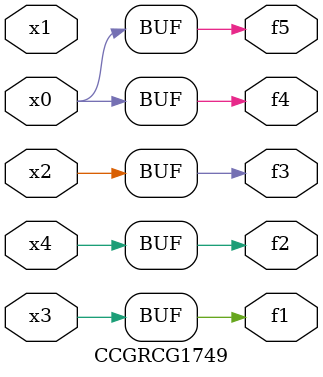
<source format=v>
module CCGRCG1749(
	input x0, x1, x2, x3, x4,
	output f1, f2, f3, f4, f5
);
	assign f1 = x3;
	assign f2 = x4;
	assign f3 = x2;
	assign f4 = x0;
	assign f5 = x0;
endmodule

</source>
